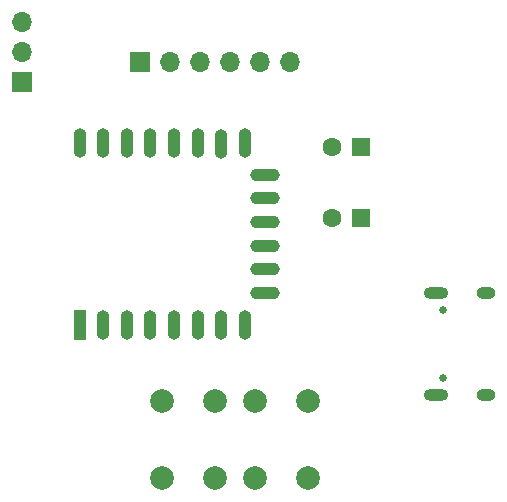
<source format=gbr>
%TF.GenerationSoftware,KiCad,Pcbnew,(6.0.9)*%
%TF.CreationDate,2022-12-26T20:31:52+01:00*%
%TF.ProjectId,RM3 mini ESP,524d3320-6d69-46e6-9920-4553502e6b69,rev?*%
%TF.SameCoordinates,Original*%
%TF.FileFunction,Soldermask,Bot*%
%TF.FilePolarity,Negative*%
%FSLAX46Y46*%
G04 Gerber Fmt 4.6, Leading zero omitted, Abs format (unit mm)*
G04 Created by KiCad (PCBNEW (6.0.9)) date 2022-12-26 20:31:52*
%MOMM*%
%LPD*%
G01*
G04 APERTURE LIST*
%ADD10C,2.000000*%
%ADD11R,1.100000X2.500000*%
%ADD12O,1.100000X2.500000*%
%ADD13O,2.500000X1.100000*%
%ADD14R,1.700000X1.700000*%
%ADD15O,1.700000X1.700000*%
%ADD16R,1.600000X1.600000*%
%ADD17C,1.600000*%
%ADD18C,0.650000*%
%ADD19O,1.600000X1.000000*%
%ADD20O,2.100000X1.000000*%
G04 APERTURE END LIST*
D10*
%TO.C,RST*%
X59650000Y-108050000D03*
X59650000Y-101550000D03*
X64150000Y-108050000D03*
X64150000Y-101550000D03*
%TD*%
D11*
%TO.C,U1*%
X52662500Y-95050000D03*
D12*
X54662500Y-95050000D03*
X56662500Y-95050000D03*
X58662500Y-95050000D03*
X60662500Y-95050000D03*
X62662500Y-95050000D03*
X64662500Y-95050000D03*
X66662500Y-95050000D03*
X66662500Y-79650000D03*
X64662500Y-79750000D03*
X62662500Y-79650000D03*
X60662500Y-79650000D03*
X58662500Y-79650000D03*
X56662500Y-79650000D03*
X54662500Y-79650000D03*
X52662500Y-79650000D03*
D13*
X68362500Y-92360000D03*
X68362500Y-90360000D03*
X68362500Y-88360000D03*
X68362500Y-86360000D03*
X68362500Y-84360000D03*
X68362500Y-82360000D03*
%TD*%
D14*
%TO.C,J4*%
X47800000Y-74500000D03*
D15*
X47800000Y-71960000D03*
X47800000Y-69420000D03*
%TD*%
D10*
%TO.C,FLASH*%
X67500000Y-108050000D03*
X67500000Y-101550000D03*
X72000000Y-101550000D03*
X72000000Y-108050000D03*
%TD*%
D16*
%TO.C,C4*%
X76500000Y-86050000D03*
D17*
X74000000Y-86050000D03*
%TD*%
D14*
%TO.C,J3*%
X57760000Y-72800000D03*
D15*
X60300000Y-72800000D03*
X62840000Y-72800000D03*
X65380000Y-72800000D03*
X67920000Y-72800000D03*
X70460000Y-72800000D03*
%TD*%
D18*
%TO.C,J1*%
X83400000Y-93810000D03*
X83400000Y-99590000D03*
D19*
X87050000Y-92380000D03*
D20*
X82870000Y-92380000D03*
D19*
X87050000Y-101020000D03*
D20*
X82870000Y-101020000D03*
%TD*%
D16*
%TO.C,C3*%
X76500000Y-80000000D03*
D17*
X74000000Y-80000000D03*
%TD*%
M02*

</source>
